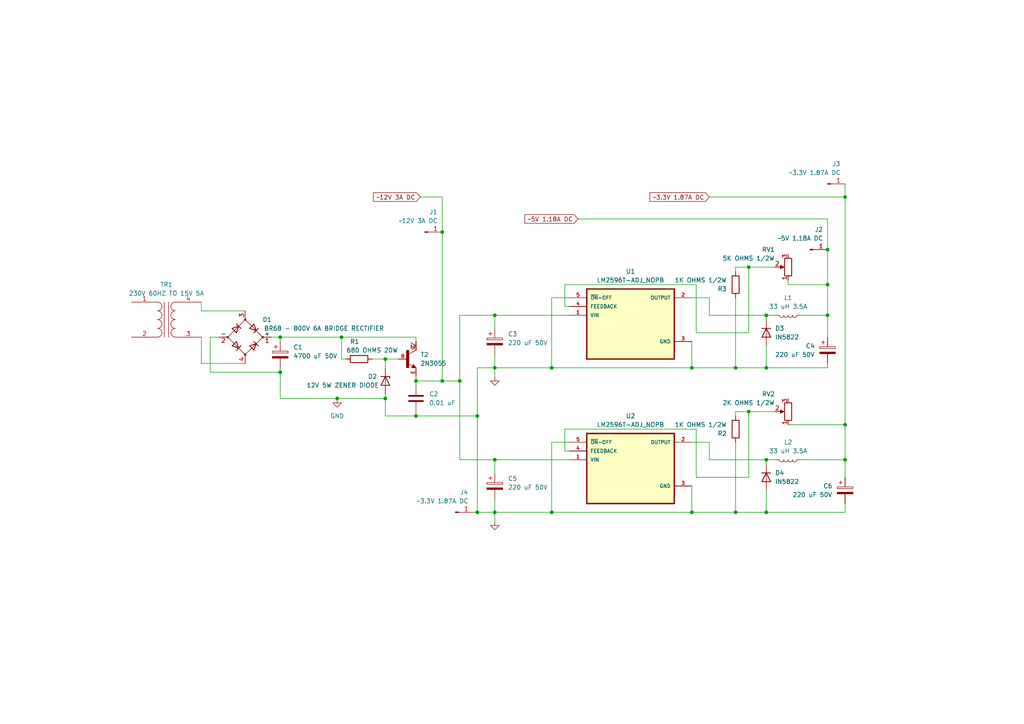
<source format=kicad_sch>
(kicad_sch (version 20230121) (generator eeschema)
  (paper "A4")
  (title_block (title "Power Supply") (date "2023-10-20") (company "Tanishq Mudaliar - Vidyalankar Polytechnic") (comment 1 "Output 3: ~3.3V 1.87A DC") (comment 2 "Output 2: ~5V 1.18A DC") (comment 3 "Output 1: ~12V 3A DC") (comment 4 "Input: 230V 50Hz AC"))
  (lib_symbols
    (symbol "2N3055:2N3055" (pin_names (offset 1.016))
      (property "Reference" "T" (at 5.08 0 0))
      (property "Value" "2N3055" (at 5.08 -2.54 0))
      (symbol "2N3055_0_0"
        (rectangle (start -0.254 -2.54) (end 0.508 2.54) (stroke (width 0.1)) (fill (type outline)))
        (polyline (pts (xy 1.27 -2.54) (xy 1.778 -1.524)) (stroke (width 0.1524)))
        (polyline (pts (xy 1.524 -2.413) (xy 2.286 -2.413)) (stroke (width 0.254)))
        (polyline (pts (xy 1.524 -2.286) (xy 1.905 -2.286)) (stroke (width 0.254)))
        (polyline (pts (xy 1.54 -2.04) (xy 0.308 -1.424)) (stroke (width 0.1524)))
        (polyline (pts (xy 1.778 -1.778) (xy 1.524 -2.286)) (stroke (width 0.254)))
        (polyline (pts (xy 1.778 -1.524) (xy 2.54 -2.54)) (stroke (width 0.1524)))
        (polyline (pts (xy 1.905 -2.286) (xy 1.778 -2.032)) (stroke (width 0.254)))
        (polyline (pts (xy 2.286 -2.413) (xy 1.778 -1.778)) (stroke (width 0.254)))
        (polyline (pts (xy 2.54 -2.54) (xy 1.27 -2.54)) (stroke (width 0.1524)))
        (polyline (pts (xy 2.54 2.54) (xy 0.508 1.524)) (stroke (width 0.1524)))
        (pin passive line (at -2.54 0 0) (length 2.54) (name "~") (number "B"))
        (pin passive line (at 2.54 5.08 270) (length 2.54) (name "~") (number "C"))
        (pin passive line (at 2.54 5.08 270) (length 2.54) (name "~") (number "C/"))
        (pin passive line (at 2.54 -5.08 90) (length 2.54) (name "~") (number "E"))
      )
    )
    (symbol "Connector:Conn_01x01_Pin" (pin_names (offset 1.016) hide)
      (property "Reference" "J" (at 0 2.54 0))
      (property "Value" "Conn_01x01_Pin" (at 0 -2.54 0))
      (symbol "Conn_01x01_Pin_1_1"
        (polyline (pts (xy 1.27 0) (xy 0.8636 0)) (stroke (width 0.1524)))
        (rectangle (start 0.8636 0.127) (end 0 -0.127) (stroke (width 0.1524)) (fill (type outline)))
        (pin passive line (at 5.08 0 180) (length 3.81) (name "Pin_1") (number "1"))
      )
    )
    (symbol "Device:C" (pin_numbers hide) (pin_names (offset 0.254))
      (property "Reference" "C" (at 0.635 2.54 0))
      (property "Value" "C" (at 0.635 -2.54 0))
      (symbol "C_0_1"
        (polyline (pts (xy -2.032 -0.762) (xy 2.032 -0.762)) (stroke (width 0.508)))
        (polyline (pts (xy -2.032 0.762) (xy 2.032 0.762)) (stroke (width 0.508)))
      )
      (symbol "C_1_1"
        (pin passive line (at 0 3.81 270) (length 2.794) (name "~") (number "1"))
        (pin passive line (at 0 -3.81 90) (length 2.794) (name "~") (number "2"))
      )
    )
    (symbol "Device:C_Polarized" (pin_numbers hide) (pin_names (offset 0.254))
      (property "Reference" "C" (at 0.635 2.54 0))
      (property "Value" "C_Polarized" (at 0.635 -2.54 0))
      (symbol "C_Polarized_0_1"
        (rectangle (start -2.286 0.508) (end 2.286 1.016))
        (polyline (pts (xy -1.778 2.286) (xy -0.762 2.286)))
        (polyline (pts (xy -1.27 2.794) (xy -1.27 1.778)))
        (rectangle (start 2.286 -0.508) (end -2.286 -1.016) (fill (type outline)))
      )
      (symbol "C_Polarized_1_1"
        (pin passive line (at 0 3.81 270) (length 2.794) (name "~") (number "1"))
        (pin passive line (at 0 -3.81 90) (length 2.794) (name "~") (number "2"))
      )
    )
    (symbol "Device:D" (pin_numbers hide) (pin_names (offset 1.016) hide)
      (property "Reference" "D" (at 0 2.54 0))
      (property "Value" "D" (at 0 -2.54 0))
      (symbol "D_0_1"
        (polyline (pts (xy -1.27 1.27) (xy -1.27 -1.27)) (stroke (width 0.254)))
        (polyline (pts (xy 1.27 0) (xy -1.27 0)))
        (polyline (pts (xy 1.27 1.27) (xy 1.27 -1.27) (xy -1.27 0) (xy 1.27 1.27)) (stroke (width 0.254)))
      )
      (symbol "D_1_1"
        (pin passive line (at -3.81 0 0) (length 2.54) (name "K") (number "1"))
        (pin passive line (at 3.81 0 180) (length 2.54) (name "A") (number "2"))
      )
    )
    (symbol "Device:D_Bridge_+-AA" (pin_names (offset 0))
      (property "Reference" "D" (at 2.54 6.985 0))
      (property "Value" "D_Bridge_+-AA" (at 2.54 5.08 0))
      (symbol "D_Bridge_+-AA_0_1"
        (circle (center -5.08 0) (radius 0.254) (fill (type outline)))
        (circle (center 0 -5.08) (radius 0.254) (fill (type outline)))
        (polyline (pts (xy -2.54 3.81) (xy -1.27 2.54)) (stroke (width 0.254)))
        (polyline (pts (xy -1.27 -2.54) (xy -2.54 -3.81)) (stroke (width 0.254)))
        (polyline (pts (xy 2.54 -1.27) (xy 3.81 -2.54)) (stroke (width 0.254)))
        (polyline (pts (xy 2.54 1.27) (xy 3.81 2.54)) (stroke (width 0.254)))
        (polyline (pts (xy -3.81 2.54) (xy -2.54 1.27) (xy -1.905 3.175) (xy -3.81 2.54)) (stroke (width 0.254)))
        (polyline (pts (xy -2.54 -1.27) (xy -3.81 -2.54) (xy -1.905 -3.175) (xy -2.54 -1.27)) (stroke (width 0.254)))
        (polyline (pts (xy 1.27 2.54) (xy 2.54 3.81) (xy 3.175 1.905) (xy 1.27 2.54)) (stroke (width 0.254)))
        (polyline (pts (xy 3.175 -1.905) (xy 1.27 -2.54) (xy 2.54 -3.81) (xy 3.175 -1.905)) (stroke (width 0.254)))
        (polyline (pts (xy -5.08 0) (xy 0 -5.08) (xy 5.08 0) (xy 0 5.08) (xy -5.08 0)))
        (circle (center 0 5.08) (radius 0.254) (fill (type outline)))
        (circle (center 5.08 0) (radius 0.254) (fill (type outline)))
      )
      (symbol "D_Bridge_+-AA_1_1"
        (pin passive line (at 7.62 0 180) (length 2.54) (name "+") (number "1"))
        (pin passive line (at -7.62 0 0) (length 2.54) (name "-") (number "2"))
        (pin passive line (at 0 7.62 270) (length 2.54) (name "~") (number "3"))
        (pin passive line (at 0 -7.62 90) (length 2.54) (name "~") (number "4"))
      )
    )
    (symbol "Device:D_Zener" (pin_numbers hide) (pin_names (offset 1.016) hide)
      (property "Reference" "D" (at 0 2.54 0))
      (property "Value" "D_Zener" (at 0 -2.54 0))
      (symbol "D_Zener_0_1"
        (polyline (pts (xy 1.27 0) (xy -1.27 0)))
        (polyline (pts (xy -1.27 -1.27) (xy -1.27 1.27) (xy -0.762 1.27)) (stroke (width 0.254)))
        (polyline (pts (xy 1.27 -1.27) (xy 1.27 1.27) (xy -1.27 0) (xy 1.27 -1.27)) (stroke (width 0.254)))
      )
      (symbol "D_Zener_1_1"
        (pin passive line (at -3.81 0 0) (length 2.54) (name "K") (number "1"))
        (pin passive line (at 3.81 0 180) (length 2.54) (name "A") (number "2"))
      )
    )
    (symbol "Device:L" (pin_numbers hide) (pin_names (offset 1.016) hide)
      (property "Reference" "L" (at -1.27 0 90))
      (property "Value" "L" (at 1.905 0 90))
      (symbol "L_0_1"
        (arc (start 0 -2.54) (mid 0.6323 -1.905) (end 0 -1.27))
        (arc (start 0 -1.27) (mid 0.6323 -0.635) (end 0 0))
        (arc (start 0 0) (mid 0.6323 0.635) (end 0 1.27))
        (arc (start 0 1.27) (mid 0.6323 1.905) (end 0 2.54))
      )
      (symbol "L_1_1"
        (pin passive line (at 0 3.81 270) (length 1.27) (name "1") (number "1"))
        (pin passive line (at 0 -3.81 90) (length 1.27) (name "2") (number "2"))
      )
    )
    (symbol "Device:R" (pin_numbers hide) (pin_names (offset 0))
      (property "Reference" "R" (at 2.032 0 90))
      (property "Value" "R" (at 0 0 90))
      (symbol "R_0_1"
        (rectangle (start -1.016 -2.54) (end 1.016 2.54) (stroke (width 0.254)))
      )
      (symbol "R_1_1"
        (pin passive line (at 0 3.81 270) (length 1.27) (name "~") (number "1"))
        (pin passive line (at 0 -3.81 90) (length 1.27) (name "~") (number "2"))
      )
    )
    (symbol "Device:R_Potentiometer" (pin_names (offset 1.016) hide)
      (property "Reference" "RV" (at -4.445 0 90))
      (property "Value" "R_Potentiometer" (at -2.54 0 90))
      (symbol "R_Potentiometer_0_1"
        (polyline (pts (xy 2.54 0) (xy 1.524 0)))
        (polyline (pts (xy 1.143 0) (xy 2.286 0.508) (xy 2.286 -0.508) (xy 1.143 0)) (fill (type outline)))
        (rectangle (start 1.016 2.54) (end -1.016 -2.54) (stroke (width 0.254)))
      )
      (symbol "R_Potentiometer_1_1"
        (pin passive line (at 0 3.81 270) (length 1.27) (name "1") (number "1"))
        (pin passive line (at 3.81 0 180) (length 1.27) (name "2") (number "2"))
        (pin passive line (at 0 -3.81 90) (length 1.27) (name "3") (number "3"))
      )
    )
    (symbol "Device:Transformer_1P_1S" (pin_names (offset 1.016) hide)
      (property "Reference" "T" (at 0 6.35 0))
      (property "Value" "Transformer_1P_1S" (at 0 -7.62 0))
      (symbol "Transformer_1P_1S_0_1"
        (arc (start -2.54 -5.0546) (mid -1.6599 -4.6901) (end -1.27 -3.81))
        (arc (start -2.54 -2.5146) (mid -1.6599 -2.1501) (end -1.27 -1.27))
        (arc (start -2.54 0.0254) (mid -1.6599 0.3899) (end -1.27 1.27))
        (arc (start -2.54 2.5654) (mid -1.6599 2.9299) (end -1.27 3.81))
        (arc (start -1.27 -3.81) (mid -1.642 -2.912) (end -2.54 -2.54))
        (arc (start -1.27 -1.27) (mid -1.642 -0.372) (end -2.54 0))
        (arc (start -1.27 1.27) (mid -1.642 2.168) (end -2.54 2.54))
        (arc (start -1.27 3.81) (mid -1.642 4.708) (end -2.54 5.08))
        (polyline (pts (xy -0.635 5.08) (xy -0.635 -5.08)))
        (polyline (pts (xy 0.635 -5.08) (xy 0.635 5.08)))
        (arc (start 1.2954 -1.27) (mid 1.6599 -2.1501) (end 2.54 -2.5146))
        (arc (start 1.2954 1.27) (mid 1.6599 0.3899) (end 2.54 0.0254))
        (arc (start 1.2954 3.81) (mid 1.6599 2.9299) (end 2.54 2.5654))
        (arc (start 1.3208 -3.81) (mid 1.6853 -4.6901) (end 2.5654 -5.0546))
        (arc (start 2.54 0) (mid 1.642 -0.372) (end 1.2954 -1.27))
        (arc (start 2.54 2.54) (mid 1.642 2.168) (end 1.2954 1.27))
        (arc (start 2.54 5.08) (mid 1.642 4.708) (end 1.2954 3.81))
        (arc (start 2.5654 -2.54) (mid 1.6674 -2.912) (end 1.3208 -3.81))
      )
      (symbol "Transformer_1P_1S_1_1"
        (pin passive line (at -10.16 5.08 0) (length 7.62) (name "AA") (number "1"))
        (pin passive line (at -10.16 -5.08 0) (length 7.62) (name "AB") (number "2"))
        (pin passive line (at 10.16 -5.08 180) (length 7.62) (name "SA") (number "3"))
        (pin passive line (at 10.16 5.08 180) (length 7.62) (name "SB") (number "4"))
      )
    )
    (symbol "LM2576T-ADJ:LM2596T-ADJ_NOPB" (pin_names (offset 1.016))
      (property "Reference" "U" (at -12.7 11.16 0))
      (property "Value" "LM2596T-ADJ_NOPB" (at -12.7 -14.16 0))
      (symbol "LM2596T-ADJ_NOPB_0_0"
        (rectangle (start -12.7 -10.16) (end 12.7 10.16) (stroke (width 0.41)) (fill (type background)))
        (pin input line (at -17.78 2.54 0) (length 5.08) (name "VIN") (number "1"))
        (pin output line (at 17.78 7.62 180) (length 5.08) (name "OUTPUT") (number "2"))
        (pin power_in line (at 17.78 -5.08 180) (length 5.08) (name "GND") (number "3"))
        (pin input line (at -17.78 5.08 0) (length 5.08) (name "FEEDBACK") (number "4"))
        (pin input line (at -17.78 7.62 0) (length 5.08) (name "~{ON}-OFF") (number "5"))
      )
    )
    (symbol "power:GND" (power) (pin_names (offset 0))
      (property "Value" "GND" (at 0 -3.81 0))
      (symbol "GND_0_1"
        (polyline (pts (xy 0 0) (xy 0 -1.27) (xy 1.27 -1.27) (xy 0 -2.54) (xy -1.27 -1.27) (xy 0 -1.27)))
      )
      (symbol "GND_1_1"
        (pin power_in line (at 0 0 270) (length 0) hide (name "GND") (number "1"))
      )
    )
  )
  (junction (at 138.43 148.59))
  (junction (at 81.28 107.95))
  (junction (at 245.11 57.15))
  (junction (at 111.76 104.14))
  (junction (at 111.76 115.57))
  (junction (at 213.36 148.59))
  (junction (at 217.17 119.38))
  (junction (at 128.27 67.31))
  (junction (at 240.03 82.55))
  (junction (at 138.43 120.65))
  (junction (at 240.03 72.39))
  (junction (at 81.28 97.79))
  (junction (at 240.03 91.44))
  (junction (at 200.66 106.68))
  (junction (at 222.25 133.35))
  (junction (at 160.02 148.59))
  (junction (at 143.51 91.44))
  (junction (at 133.35 110.49))
  (junction (at 217.17 77.47))
  (junction (at 245.11 123.19))
  (junction (at 128.27 110.49))
  (junction (at 120.65 120.65))
  (junction (at 97.79 115.57))
  (junction (at 99.06 97.79))
  (junction (at 222.25 106.68))
  (junction (at 245.11 133.35))
  (junction (at 143.51 133.35))
  (junction (at 120.65 110.49))
  (junction (at 143.51 106.68))
  (junction (at 143.51 148.59))
  (junction (at 200.66 148.59))
  (junction (at 222.25 148.59))
  (junction (at 213.36 106.68))
  (junction (at 222.25 91.44))
  (junction (at 160.02 106.68))
  (wire (pts (xy 120.65 111.76) (xy 120.65 110.49)))
  (wire (pts (xy 107.95 104.14) (xy 111.76 104.14)))
  (wire (pts (xy 245.11 57.15) (xy 245.11 123.19)))
  (wire (pts (xy 60.96 107.95) (xy 60.96 97.79)))
  (wire (pts (xy 143.51 133.35) (xy 143.51 137.16)))
  (wire (pts (xy 120.65 97.79) (xy 120.65 99.06)))
  (wire (pts (xy 163.83 82.55) (xy 163.83 88.9)))
  (wire (pts (xy 240.03 72.39) (xy 240.03 82.55)))
  (wire (pts (xy 143.51 133.35) (xy 165.1 133.35)))
  (wire (pts (xy 201.93 82.55) (xy 163.83 82.55)))
  (wire (pts (xy 200.66 106.68) (xy 213.36 106.68)))
  (wire (pts (xy 160.02 86.36) (xy 165.1 86.36)))
  (wire (pts (xy 200.66 86.36) (xy 205.74 86.36)))
  (wire (pts (xy 111.76 104.14) (xy 115.57 104.14)))
  (wire (pts (xy 205.74 91.44) (xy 222.25 91.44)))
  (wire (pts (xy 111.76 120.65) (xy 111.76 115.57)))
  (wire (pts (xy 245.11 148.59) (xy 222.25 148.59)))
  (wire (pts (xy 81.28 115.57) (xy 81.28 107.95)))
  (wire (pts (xy 120.65 110.49) (xy 120.65 109.22)))
  (wire (pts (xy 201.93 138.43) (xy 201.93 124.46)))
  (wire (pts (xy 99.06 104.14) (xy 99.06 97.79)))
  (wire (pts (xy 205.74 128.27) (xy 205.74 133.35)))
  (wire (pts (xy 163.83 130.81) (xy 165.1 130.81)))
  (wire (pts (xy 120.65 120.65) (xy 138.43 120.65)))
  (wire (pts (xy 228.6 82.55) (xy 240.03 82.55)))
  (wire (pts (xy 201.93 138.43) (xy 217.17 138.43)))
  (wire (pts (xy 213.36 119.38) (xy 217.17 119.38)))
  (wire (pts (xy 213.36 119.38) (xy 213.36 120.65)))
  (wire (pts (xy 228.6 123.19) (xy 245.11 123.19)))
  (wire (pts (xy 200.66 99.06) (xy 200.66 106.68)))
  (wire (pts (xy 163.83 124.46) (xy 163.83 130.81)))
  (wire (pts (xy 97.79 115.57) (xy 111.76 115.57)))
  (wire (pts (xy 205.74 57.15) (xy 245.11 57.15)))
  (wire (pts (xy 224.79 119.38) (xy 217.17 119.38)))
  (wire (pts (xy 213.36 106.68) (xy 222.25 106.68)))
  (wire (pts (xy 143.51 148.59) (xy 160.02 148.59)))
  (wire (pts (xy 213.36 128.27) (xy 213.36 148.59)))
  (wire (pts (xy 160.02 128.27) (xy 165.1 128.27)))
  (wire (pts (xy 143.51 133.35) (xy 133.35 133.35)))
  (wire (pts (xy 60.96 97.79) (xy 63.5 97.79)))
  (wire (pts (xy 121.92 57.15) (xy 128.27 57.15)))
  (wire (pts (xy 138.43 148.59) (xy 143.51 148.59)))
  (wire (pts (xy 245.11 123.19) (xy 245.11 133.35)))
  (wire (pts (xy 81.28 97.79) (xy 81.28 99.06)))
  (wire (pts (xy 240.03 105.41) (xy 240.03 106.68)))
  (wire (pts (xy 200.66 140.97) (xy 200.66 148.59)))
  (wire (pts (xy 217.17 77.47) (xy 217.17 96.52)))
  (wire (pts (xy 245.11 53.34) (xy 245.11 57.15)))
  (wire (pts (xy 213.36 77.47) (xy 217.17 77.47)))
  (wire (pts (xy 163.83 88.9) (xy 165.1 88.9)))
  (wire (pts (xy 213.36 86.36) (xy 213.36 106.68)))
  (wire (pts (xy 138.43 120.65) (xy 138.43 148.59)))
  (wire (pts (xy 138.43 106.68) (xy 138.43 120.65)))
  (wire (pts (xy 81.28 107.95) (xy 60.96 107.95)))
  (wire (pts (xy 240.03 91.44) (xy 240.03 97.79)))
  (wire (pts (xy 128.27 57.15) (xy 128.27 67.31)))
  (wire (pts (xy 167.64 63.5) (xy 240.03 63.5)))
  (wire (pts (xy 120.65 110.49) (xy 128.27 110.49)))
  (wire (pts (xy 137.16 148.59) (xy 138.43 148.59)))
  (wire (pts (xy 200.66 148.59) (xy 213.36 148.59)))
  (wire (pts (xy 143.51 144.78) (xy 143.51 148.59)))
  (wire (pts (xy 160.02 148.59) (xy 200.66 148.59)))
  (wire (pts (xy 222.25 100.33) (xy 222.25 106.68)))
  (wire (pts (xy 160.02 128.27) (xy 160.02 148.59)))
  (wire (pts (xy 99.06 97.79) (xy 120.65 97.79)))
  (wire (pts (xy 240.03 63.5) (xy 240.03 72.39)))
  (wire (pts (xy 133.35 110.49) (xy 133.35 133.35)))
  (wire (pts (xy 245.11 146.05) (xy 245.11 148.59)))
  (wire (pts (xy 143.51 106.68) (xy 143.51 109.22)))
  (wire (pts (xy 222.25 142.24) (xy 222.25 148.59)))
  (wire (pts (xy 160.02 106.68) (xy 200.66 106.68)))
  (wire (pts (xy 222.25 133.35) (xy 224.79 133.35)))
  (wire (pts (xy 128.27 110.49) (xy 133.35 110.49)))
  (wire (pts (xy 111.76 104.14) (xy 111.76 106.68)))
  (wire (pts (xy 222.25 134.62) (xy 222.25 133.35)))
  (wire (pts (xy 232.41 133.35) (xy 245.11 133.35)))
  (wire (pts (xy 205.74 133.35) (xy 222.25 133.35)))
  (wire (pts (xy 160.02 86.36) (xy 160.02 106.68)))
  (wire (pts (xy 224.79 77.47) (xy 217.17 77.47)))
  (wire (pts (xy 133.35 91.44) (xy 133.35 110.49)))
  (wire (pts (xy 133.35 91.44) (xy 143.51 91.44)))
  (wire (pts (xy 143.51 91.44) (xy 165.1 91.44)))
  (wire (pts (xy 143.51 102.87) (xy 143.51 106.68)))
  (wire (pts (xy 240.03 82.55) (xy 240.03 91.44)))
  (wire (pts (xy 232.41 91.44) (xy 240.03 91.44)))
  (wire (pts (xy 201.93 124.46) (xy 163.83 124.46)))
  (wire (pts (xy 111.76 114.3) (xy 111.76 115.57)))
  (wire (pts (xy 205.74 86.36) (xy 205.74 91.44)))
  (wire (pts (xy 240.03 106.68) (xy 222.25 106.68)))
  (wire (pts (xy 58.42 105.41) (xy 58.42 97.79)))
  (wire (pts (xy 143.51 148.59) (xy 143.51 151.13)))
  (wire (pts (xy 201.93 96.52) (xy 217.17 96.52)))
  (wire (pts (xy 222.25 92.71) (xy 222.25 91.44)))
  (wire (pts (xy 143.51 106.68) (xy 138.43 106.68)))
  (wire (pts (xy 58.42 90.17) (xy 58.42 87.63)))
  (wire (pts (xy 228.6 82.55) (xy 228.6 81.28)))
  (wire (pts (xy 201.93 96.52) (xy 201.93 82.55)))
  (wire (pts (xy 99.06 104.14) (xy 100.33 104.14)))
  (wire (pts (xy 120.65 120.65) (xy 111.76 120.65)))
  (wire (pts (xy 81.28 107.95) (xy 81.28 106.68)))
  (wire (pts (xy 217.17 119.38) (xy 217.17 138.43)))
  (wire (pts (xy 200.66 128.27) (xy 205.74 128.27)))
  (wire (pts (xy 97.79 115.57) (xy 81.28 115.57)))
  (wire (pts (xy 78.74 97.79) (xy 81.28 97.79)))
  (wire (pts (xy 120.65 120.65) (xy 120.65 119.38)))
  (wire (pts (xy 81.28 97.79) (xy 99.06 97.79)))
  (wire (pts (xy 222.25 91.44) (xy 224.79 91.44)))
  (wire (pts (xy 143.51 106.68) (xy 160.02 106.68)))
  (wire (pts (xy 245.11 133.35) (xy 245.11 138.43)))
  (wire (pts (xy 143.51 91.44) (xy 143.51 95.25)))
  (wire (pts (xy 213.36 148.59) (xy 222.25 148.59)))
  (wire (pts (xy 71.12 90.17) (xy 58.42 90.17)))
  (wire (pts (xy 128.27 67.31) (xy 128.27 110.49)))
  (wire (pts (xy 213.36 77.47) (xy 213.36 78.74)))
  (wire (pts (xy 71.12 105.41) (xy 58.42 105.41)))
  (global_label "~3.3V 1.87A DC" (shape input) (at 205.74 57.15 180) (property "Intersheetrefs" "${INTERSHEET_REFS}" (effects hide)))
  (global_label "~5V 1.18A DC" (shape input) (at 167.64 63.5 180) (property "Intersheetrefs" "${INTERSHEET_REFS}" (effects hide)))
  (global_label "~12V 3A DC" (shape input) (at 121.92 57.15 180) (property "Intersheetrefs" "${INTERSHEET_REFS}" (effects hide)))
  (symbol (lib_id "power:GND") (at 143.51 151.13 0) (unit 1)
    (property "Reference" "#PWR01" (effects hide))
    (property "Value" "GND" (effects hide))
  )
  (symbol (lib_id "Device:R_Potentiometer") (at 228.6 77.47 180) (unit 1)
    (property "Reference" "RV1" (at 220.98 72.39 0) (effects (justify right)))
    (property "Value" "5K OHMS 1/2W" (at 209.55 74.93 0) (effects (justify right)))
    (property "Footprint" "Potentiometer_THT:Potentiometer_Runtron_RM-065_Vertical" (effects hide))
  )
  (symbol (lib_id "Device:L") (at 228.6 91.44 270) (unit 1)
    (property "Reference" "L1" (at 228.6 86.36 90))
    (property "Value" "33 uH 3.5A" (at 228.6 88.9 90))
    (property "Footprint" "Inductor_THT:L_Toroid_Vertical_L16.3mm_W7.1mm_P7.11mm_Pulse_H" (effects hide))
  )
  (symbol (lib_id "Device:D_Zener") (at 111.76 110.49 270) (unit 1)
    (property "Reference" "D2" (at 106.68 109.22 90) (effects (justify left)))
    (property "Value" "12V 5W ZENER DIODE" (at 88.9 111.76 90) (effects (justify left)))
    (property "Footprint" "1N5349B:DIOAD1543W101L863D368" (effects hide))
  )
  (symbol (lib_id "Connector:Conn_01x01_Pin") (at 234.95 72.39 0) (unit 1)
    (property "Reference" "J2" (at 237.49 67.31 0) (effects (justify bottom)))
    (property "Value" "~5V 1.18A DC" (at 238.76 69.85 0) (effects (justify right bottom)))
    (property "Footprint" "Banana Clips:Banana Clips" (effects hide))
  )
  (symbol (lib_id "Connector:Conn_01x01_Pin") (at 132.08 148.59 0) (unit 1)
    (property "Reference" "J4" (at 134.62 143.51 0) (effects (justify bottom)))
    (property "Value" "~3.3V 1.87A DC" (at 135.89 146.05 0) (effects (justify right bottom)))
    (property "Footprint" "Banana Clips:Banana Clips" (effects hide))
  )
  (symbol (lib_id "Device:D_Bridge_+-AA") (at 71.12 97.79 0) (unit 1)
    (property "Reference" "D1" (at 77.47 92.71 0))
    (property "Value" "BR68 - 800V 6A BRIDGE RECTIFIER" (at 93.98 95.25 0))
    (property "Footprint" "Bridge Rectifier:BR68" (effects hide))
  )
  (symbol (lib_id "power:GND") (at 97.79 115.57 0) (unit 1)
    (property "Reference" "#PWR03" (effects hide))
    (property "Value" "GND" (at 97.79 120.65 0))
  )
  (symbol (lib_id "Device:C") (at 120.65 115.57 0) (unit 1)
    (property "Reference" "C2" (at 124.46 114.3 0) (effects (justify left)))
    (property "Value" "0.01 uF" (at 124.46 116.84 0) (effects (justify left)))
    (property "Footprint" "Capacitor_THT:C_Disc_D6.0mm_W2.5mm_P5.00mm" (effects hide))
  )
  (symbol (lib_id "Device:C_Polarized") (at 81.28 102.87 0) (unit 1)
    (property "Reference" "C1" (at 85.09 100.711 0) (effects (justify left)))
    (property "Value" "4700 uF 50V" (at 85.09 103.251 0) (effects (justify left)))
    (property "Footprint" "Capacitor_THT:CP_Radial_D18.0mm_P7.50mm" (effects hide))
  )
  (symbol (lib_id "Device:C_Polarized") (at 245.11 142.24 0) (unit 1)
    (property "Reference" "C6" (at 238.76 140.97 0) (effects (justify left)))
    (property "Value" "220 uF 50V" (at 229.87 143.51 0) (effects (justify left)))
    (property "Footprint" "Capacitor_THT:CP_Radial_D10.0mm_P5.00mm" (effects hide))
  )
  (symbol (lib_id "Device:D") (at 222.25 138.43 270) (unit 1)
    (property "Reference" "D4" (at 224.79 137.16 90) (effects (justify left)))
    (property "Value" "IN5822" (at 224.79 139.7 90) (effects (justify left)))
    (property "Footprint" "Diode_THT:D_DO-201AD_P15.24mm_Horizontal" (effects hide))
    (property "Sim.Device" "D" (effects hide))
    (property "Sim.Pins" "1=K 2=A" (effects hide))
  )
  (symbol (lib_id "Device:L") (at 228.6 133.35 270) (unit 1)
    (property "Reference" "L2" (at 228.6 128.27 90))
    (property "Value" "33 uH 3.5A" (at 228.6 130.81 90))
    (property "Footprint" "Inductor_THT:L_Toroid_Vertical_L16.3mm_W7.1mm_P7.11mm_Pulse_H" (effects hide))
  )
  (symbol (lib_id "Device:C_Polarized") (at 143.51 99.06 0) (unit 1)
    (property "Reference" "C3" (at 147.32 96.901 0) (effects (justify left)))
    (property "Value" "220 uF 50V" (at 147.32 99.441 0) (effects (justify left)))
    (property "Footprint" "Capacitor_THT:CP_Radial_D10.0mm_P5.00mm" (effects hide))
  )
  (symbol (lib_id "Device:R") (at 213.36 124.46 0) (mirror y) (unit 1)
    (property "Reference" "R2" (at 210.82 125.73 0) (effects (justify left)))
    (property "Value" "1K OHMS 1/2W" (at 210.82 123.19 0) (effects (justify left)))
    (property "Footprint" "Resistor_THT:R_Axial_DIN0309_L9.0mm_D3.2mm_P12.70mm_Horizontal" (effects hide))
  )
  (symbol (lib_id "Device:R") (at 104.14 104.14 270) (unit 1)
    (property "Reference" "R1" (at 102.87 99.06 90))
    (property "Value" "680 OHMS 20W" (at 107.95 101.6 90))
    (property "Footprint" "Resistor_THT:R_Axial_Power_L50.0mm_W9.0mm_P60.96mm" (effects hide))
  )
  (symbol (lib_id "Device:C_Polarized") (at 240.03 101.6 0) (unit 1)
    (property "Reference" "C4" (at 233.68 100.33 0) (effects (justify left)))
    (property "Value" "220 uF 50V" (at 224.79 102.87 0) (effects (justify left)))
    (property "Footprint" "Capacitor_THT:CP_Radial_D10.0mm_P5.00mm" (effects hide))
  )
  (symbol (lib_id "Connector:Conn_01x01_Pin") (at 123.19 67.31 0) (unit 1)
    (property "Reference" "J1" (at 125.73 62.23 0) (effects (justify bottom)))
    (property "Value" "~12V 3A DC" (at 127 64.77 0) (effects (justify right bottom)))
    (property "Footprint" "Banana Clips:Banana Clips" (effects hide))
  )
  (symbol (lib_id "Device:D") (at 222.25 96.52 270) (unit 1)
    (property "Reference" "D3" (at 224.79 95.25 90) (effects (justify left)))
    (property "Value" "IN5822" (at 224.79 97.79 90) (effects (justify left)))
    (property "Footprint" "Diode_THT:D_DO-201AD_P15.24mm_Horizontal" (effects hide))
    (property "Sim.Device" "D" (effects hide))
    (property "Sim.Pins" "1=K 2=A" (effects hide))
  )
  (symbol (lib_id "LM2576T-ADJ:LM2596T-ADJ_NOPB") (at 182.88 93.98 0) (unit 1)
    (property "Reference" "U1" (at 182.88 78.74 0))
    (property "Value" "LM2596T-ADJ_NOPB" (at 182.88 81.28 0))
    (property "Footprint" "LM2596T-ADJ_NOPB:TO170P1016X470X2092-5" (effects hide))
    (property "MF" "Texas Instruments" (effects hide))
    (property "Description" "\nSIMPLE SWITCHER&reg; 4.5V to 40V, 3A Low Component Count Step-Down Regulator\n" (effects hide))
    (property "Package" "TO-220-5 Texas Instruments" (effects hide))
    (property "Price" "None" (effects hide))
    (property "SnapEDA_Link" "https://www.snapeda.com/parts/LM2596T-ADJ/NOPB/Texas+Instruments/view-part/?ref=snap" (effects hide))
    (property "MP" "LM2596T-ADJ/NOPB" (effects hide))
    (property "Purchase-URL" "https://www.snapeda.com/api/url_track_click_mouser/?unipart_id=46259&manufacturer=Texas Instruments&part_name=LM2596T-ADJ/NOPB&search_term=lm2596t adj" (effects hide))
    (property "Availability" "In Stock" (effects hide))
    (property "Check_prices" "https://www.snapeda.com/parts/LM2596T-ADJ/NOPB/Texas+Instruments/view-part/?ref=eda" (effects hide))
  )
  (symbol (lib_id "Device:R") (at 213.36 82.55 0) (mirror y) (unit 1)
    (property "Reference" "R3" (at 210.82 83.82 0) (effects (justify left)))
    (property "Value" "1K OHMS 1/2W" (at 210.82 81.28 0) (effects (justify left)))
    (property "Footprint" "Resistor_THT:R_Axial_DIN0309_L9.0mm_D3.2mm_P12.70mm_Horizontal" (effects hide))
  )
  (symbol (lib_id "Device:Transformer_1P_1S") (at 48.26 92.71 0) (unit 1)
    (property "Reference" "TR1" (at 48.2727 82.55 0))
    (property "Value" "230V 60HZ TO 15V 5A" (at 48.2727 85.09 0))
    (property "Footprint" "15V 5A Transformer:15V 5A Transformer" (effects hide))
  )
  (symbol (lib_id "LM2576T-ADJ:LM2596T-ADJ_NOPB") (at 182.88 135.89 0) (unit 1)
    (property "Reference" "U2" (at 182.88 120.65 0))
    (property "Value" "LM2596T-ADJ_NOPB" (at 182.88 123.19 0))
    (property "Footprint" "LM2596T-ADJ_NOPB:TO170P1016X470X2092-5" (effects hide))
    (property "MF" "Texas Instruments" (effects hide))
    (property "Description" "\nSIMPLE SWITCHER&reg; 4.5V to 40V, 3A Low Component Count Step-Down Regulator\n" (effects hide))
    (property "Package" "TO-220-5 Texas Instruments" (effects hide))
    (property "Price" "None" (effects hide))
    (property "SnapEDA_Link" "https://www.snapeda.com/parts/LM2596T-ADJ/NOPB/Texas+Instruments/view-part/?ref=snap" (effects hide))
    (property "MP" "LM2596T-ADJ/NOPB" (effects hide))
    (property "Purchase-URL" "https://www.snapeda.com/api/url_track_click_mouser/?unipart_id=46259&manufacturer=Texas Instruments&part_name=LM2596T-ADJ/NOPB&search_term=lm2596t adj" (effects hide))
    (property "Availability" "In Stock" (effects hide))
    (property "Check_prices" "https://www.snapeda.com/parts/LM2596T-ADJ/NOPB/Texas+Instruments/view-part/?ref=eda" (effects hide))
  )
  (symbol (lib_id "Connector:Conn_01x01_Pin") (at 240.03 53.34 0) (unit 1)
    (property "Reference" "J3" (at 242.57 48.26 0) (effects (justify bottom)))
    (property "Value" "~3.3V 1.87A DC" (at 243.84 50.8 0) (effects (justify right bottom)))
    (property "Footprint" "Banana Clips:Banana Clips" (effects hide))
  )
  (symbol (lib_id "2N3055:2N3055") (at 118.11 104.14 0) (unit 1)
    (property "Reference" "T2" (at 121.92 102.87 0) (effects (justify left)))
    (property "Value" "2N3055" (at 121.92 105.41 0) (effects (justify left)))
    (property "Footprint" "2N3055:TO3" (effects hide))
    (property "MF" "STMicroelectronics" (effects hide))
    (property "Description" "\nBipolar (BJT) Transistor NPN 60 V 15 A - 115 W Chassis Mount TO-3\n" (effects hide))
    (property "Package" "TO-3 STMicroelectronics" (effects hide))
    (property "Price" "None" (effects hide))
    (property "SnapEDA_Link" "https://www.snapeda.com/parts/2N3055/STMicroelectronics/view-part/?ref=snap" (effects hide))
    (property "MP" "2N3055" (effects hide))
    (property "Purchase-URL" "https://www.snapeda.com/api/url_track_click_mouser/?unipart_id=699771&manufacturer=STMicroelectronics&part_name=2N3055&search_term=2n3055" (effects hide))
    (property "Availability" "In Stock" (effects hide))
    (property "Check_prices" "https://www.snapeda.com/parts/2N3055/STMicroelectronics/view-part/?ref=eda" (effects hide))
  )
  (symbol (lib_id "power:GND") (at 143.51 109.22 0) (unit 1)
    (property "Reference" "#PWR05" (effects hide))
    (property "Value" "GND" (effects hide))
  )
  (symbol (lib_id "Device:C_Polarized") (at 143.51 140.97 0) (unit 1)
    (property "Reference" "C5" (at 147.32 138.811 0) (effects (justify left)))
    (property "Value" "220 uF 50V" (at 147.32 141.351 0) (effects (justify left)))
    (property "Footprint" "Capacitor_THT:CP_Radial_D10.0mm_P5.00mm" (effects hide))
  )
  (symbol (lib_id "Device:R_Potentiometer") (at 228.6 119.38 180) (unit 1)
    (property "Reference" "RV2" (at 220.98 114.3 0) (effects (justify right)))
    (property "Value" "2K OHMS 1/2W" (at 209.55 116.84 0) (effects (justify right)))
    (property "Footprint" "Potentiometer_THT:Potentiometer_Runtron_RM-065_Vertical" (effects hide))
  )
)
</source>
